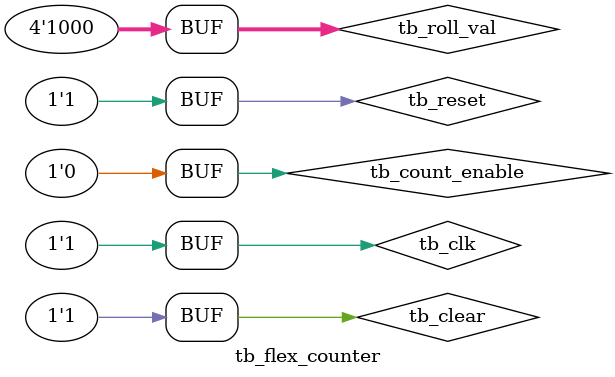
<source format=sv>

`timescale 1ns / 1ns

module tb_flex_counter
  ();

   localparam CLK_PERIOD = 2.5;
   localparam NUM_INPUT_BITS = 4;
   localparam NUM_BITS = NUM_INPUT_BITS - 1;

   reg tb_clk;
   reg tb_reset;
   reg tb_count_enable;
   reg tb_clear;
   reg [NUM_BITS:0] tb_roll_val;
   reg [NUM_BITS:0] tb_count_out;
   reg 		    tb_flag;

   always
     begin: CLK_G
	tb_clk = 1'b0;
	#(CLK_PERIOD/2);
	tb_clk = 1'b1;
	#(CLK_PERIOD/2);
     end
   
   flex_counter DUT(.clk(tb_clk), .n_rst(tb_reset), .count_enable(tb_count_enable), .clear(tb_clear), .rollover_val(tb_roll_val), .count_out(tb_count_out), .rollover_flag(tb_flag));

   initial begin
      tb_clk = 0;
      tb_reset = 1;
      tb_clear = 1;
      tb_count_enable = 1;
      tb_roll_val = 2;

      #(CLK_PERIOD / 2);
      tb_reset = 0;
      tb_clear = 0;
      tb_count_enable = 0;

      #(CLK_PERIOD * 3 / 2);
      tb_reset = 1;

      #(CLK_PERIOD);
      tb_count_enable = 1;

      #(CLK_PERIOD);
      tb_clear = 1;

      #(CLK_PERIOD);
      tb_clear = 0;

      #(CLK_PERIOD * 4);
      tb_count_enable = 0;

      #(CLK_PERIOD);
      tb_clear = 1;

      //Second Period
      tb_roll_val = 4;

      #(CLK_PERIOD);
      tb_reset = 0;
      tb_clear = 0;
      tb_count_enable = 0;

      #(CLK_PERIOD * 3);
      tb_reset = 1;

      #(CLK_PERIOD * 2);
      tb_count_enable = 1;

      #(CLK_PERIOD * 2);
      tb_clear = 1;

      #(CLK_PERIOD * 2);
      tb_clear = 0;

      #(CLK_PERIOD * 8);
      tb_count_enable = 0;

      #(CLK_PERIOD * 2);
      tb_clear = 1;

      //Third Period

      tb_roll_val = 8;

      #(CLK_PERIOD * 2);
      tb_reset = 0;
      tb_clear = 0;
      tb_count_enable = 0;

      #(CLK_PERIOD * 6);
      tb_reset = 1;

      #(CLK_PERIOD * 4);
      tb_count_enable = 1;

      #(CLK_PERIOD * 4);
      tb_clear = 1;

      #(CLK_PERIOD * 4);
      tb_clear = 0;

      #(CLK_PERIOD * 16);
      tb_count_enable = 0;

      #(CLK_PERIOD * 4);
      tb_clear = 1;      
   end
endmodule
</source>
